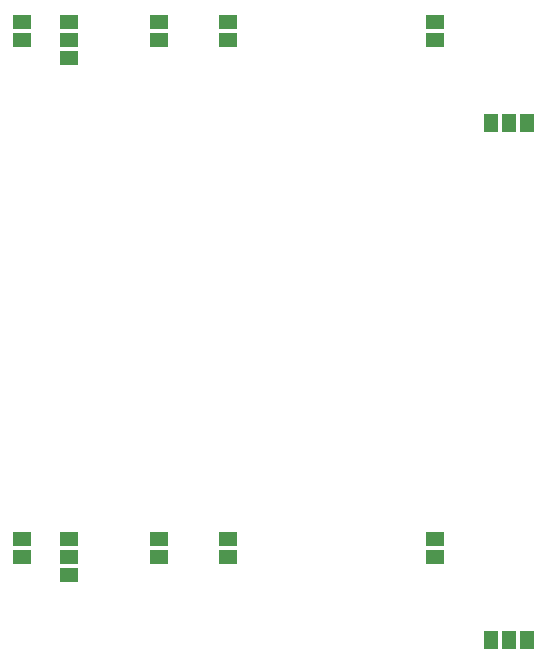
<source format=gbr>
G04 EAGLE Gerber RS-274X export*
G75*
%MOMM*%
%FSLAX34Y34*%
%LPD*%
%INSolderpaste Bottom*%
%IPPOS*%
%AMOC8*
5,1,8,0,0,1.08239X$1,22.5*%
G01*
%ADD10R,1.168400X1.600200*%
%ADD11R,1.600200X1.168400*%


D10*
X480240Y140000D03*
X465000Y140000D03*
X449760Y140000D03*
D11*
X92500Y194760D03*
X92500Y210000D03*
X92500Y225240D03*
X402500Y209880D03*
X402500Y225120D03*
X53333Y209880D03*
X53333Y225120D03*
X169167Y209880D03*
X169167Y225120D03*
X227500Y209880D03*
X227500Y225120D03*
D10*
X480240Y577500D03*
X465000Y577500D03*
X449760Y577500D03*
D11*
X92500Y632260D03*
X92500Y647500D03*
X92500Y662740D03*
X402500Y647380D03*
X402500Y662620D03*
X53333Y647380D03*
X53333Y662620D03*
X169167Y647380D03*
X169167Y662620D03*
X227500Y647380D03*
X227500Y662620D03*
M02*

</source>
